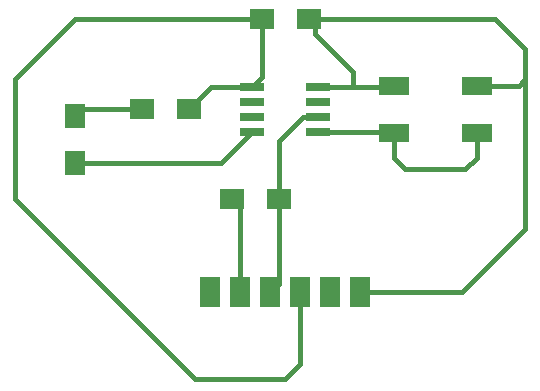
<source format=gbr>
%TF.GenerationSoftware,KiCad,Pcbnew,(6.0.1-0)*%
%TF.CreationDate,2022-03-09T19:15:24-05:00*%
%TF.ProjectId,Untitled,556e7469-746c-4656-942e-6b696361645f,rev?*%
%TF.SameCoordinates,Original*%
%TF.FileFunction,Copper,L1,Top*%
%TF.FilePolarity,Positive*%
%FSLAX46Y46*%
G04 Gerber Fmt 4.6, Leading zero omitted, Abs format (unit mm)*
G04 Created by KiCad (PCBNEW (6.0.1-0)) date 2022-03-09 19:15:24*
%MOMM*%
%LPD*%
G01*
G04 APERTURE LIST*
%TA.AperFunction,SMDPad,CuDef*%
%ADD10R,2.000000X0.800000*%
%TD*%
%TA.AperFunction,SMDPad,CuDef*%
%ADD11R,2.500000X1.500000*%
%TD*%
%TA.AperFunction,SMDPad,CuDef*%
%ADD12R,1.700000X2.000000*%
%TD*%
%TA.AperFunction,SMDPad,CuDef*%
%ADD13R,2.000000X1.700000*%
%TD*%
%TA.AperFunction,SMDPad,CuDef*%
%ADD14R,1.700000X2.500000*%
%TD*%
%TA.AperFunction,Conductor*%
%ADD15C,0.400000*%
%TD*%
G04 APERTURE END LIST*
D10*
%TO.P,U1,8,GND*%
%TO.N,GND*%
X145040000Y-89535000D03*
%TO.P,U1,7,PA3/SCK*%
%TO.N,unconnected-(U1-Pad7)*%
X145040000Y-90805000D03*
%TO.P,U1,6,~{RESET}/UPDI/PA0*%
%TO.N,Net-(J1-Pad4)*%
X145040000Y-92075000D03*
%TO.P,U1,5,PA2/SCL*%
%TO.N,Net-(SW1-Pad1)*%
X145040000Y-93345000D03*
%TO.P,U1,4,PA1/SDA*%
%TO.N,Net-(R2-Pad1)*%
X139440000Y-93345000D03*
%TO.P,U1,3,RXD/PA7*%
%TO.N,unconnected-(U1-Pad3)*%
X139440000Y-92075000D03*
%TO.P,U1,2,TXD/PA6/DAC*%
%TO.N,unconnected-(U1-Pad2)*%
X139440000Y-90805000D03*
%TO.P,U1,1,VCC*%
%TO.N,Net-(C1-Pad1)*%
X139440000Y-89535000D03*
%TD*%
D11*
%TO.P,SW1,2,2*%
%TO.N,GND*%
X151440000Y-89440000D03*
X158440000Y-89440000D03*
%TO.P,SW1,1,1*%
%TO.N,Net-(SW1-Pad1)*%
X151440000Y-93440000D03*
X158440000Y-93440000D03*
%TD*%
D12*
%TO.P,R2,1*%
%TO.N,Net-(R2-Pad1)*%
X124460000Y-95980000D03*
%TO.P,R2,2*%
%TO.N,Net-(D1-Pad1)*%
X124460000Y-91980000D03*
%TD*%
D13*
%TO.P,R1,1*%
%TO.N,Net-(J1-Pad5)*%
X137700000Y-99060000D03*
%TO.P,R1,2*%
%TO.N,Net-(J1-Pad4)*%
X141700000Y-99060000D03*
%TD*%
D14*
%TO.P,J1,1,Pin_1*%
%TO.N,GND*%
X148590000Y-106920000D03*
%TO.P,J1,2,Pin_2*%
%TO.N,unconnected-(J1-Pad2)*%
X146050000Y-106920000D03*
%TO.P,J1,3,Pin_3*%
%TO.N,Net-(C1-Pad1)*%
X143510000Y-106920000D03*
%TO.P,J1,4,Pin_4*%
%TO.N,Net-(J1-Pad4)*%
X140970000Y-106920000D03*
%TO.P,J1,5,Pin_5*%
%TO.N,Net-(J1-Pad5)*%
X138430000Y-106920000D03*
%TO.P,J1,6,Pin_6*%
%TO.N,unconnected-(J1-Pad6)*%
X135890000Y-106920000D03*
%TD*%
D13*
%TO.P,D1,2,A*%
%TO.N,Net-(C1-Pad1)*%
X134080000Y-91440000D03*
%TO.P,D1,1,K*%
%TO.N,Net-(D1-Pad1)*%
X130080000Y-91440000D03*
%TD*%
%TO.P,C1,2*%
%TO.N,GND*%
X144240000Y-83820000D03*
%TO.P,C1,1*%
%TO.N,Net-(C1-Pad1)*%
X140240000Y-83820000D03*
%TD*%
D15*
%TO.N,Net-(C1-Pad1)*%
X119380000Y-88900000D02*
X124460000Y-83820000D01*
X119380000Y-99060000D02*
X119380000Y-88900000D01*
X124460000Y-83820000D02*
X140240000Y-83820000D01*
X143510000Y-106920000D02*
X143510000Y-113030000D01*
X143510000Y-113030000D02*
X142240000Y-114300000D01*
X134620000Y-114300000D02*
X119380000Y-99060000D01*
X142240000Y-114300000D02*
X134620000Y-114300000D01*
%TO.N,Net-(J1-Pad4)*%
X141700000Y-99060000D02*
X141700000Y-94085978D01*
X141700000Y-94085978D02*
X143710978Y-92075000D01*
X143710978Y-92075000D02*
X145040000Y-92075000D01*
%TO.N,GND*%
X162560000Y-101600000D02*
X162560000Y-88900000D01*
X162560000Y-88900000D02*
X162560000Y-86360000D01*
X158440000Y-89440000D02*
X162020000Y-89440000D01*
X162020000Y-89440000D02*
X162560000Y-88900000D01*
X148590000Y-106920000D02*
X157240000Y-106920000D01*
X157240000Y-106920000D02*
X162560000Y-101600000D01*
X162560000Y-86360000D02*
X160020000Y-83820000D01*
X160020000Y-83820000D02*
X144780000Y-83820000D01*
X144780000Y-83820000D02*
X144780000Y-85090000D01*
X144780000Y-85090000D02*
X147955000Y-88265000D01*
X147955000Y-88265000D02*
X147955000Y-89535000D01*
%TO.N,Net-(R2-Pad1)*%
X124460000Y-95980000D02*
X136805000Y-95980000D01*
X136805000Y-95980000D02*
X139440000Y-93345000D01*
%TO.N,Net-(D1-Pad1)*%
X130080000Y-91440000D02*
X124460000Y-91440000D01*
%TO.N,Net-(C1-Pad1)*%
X134080000Y-91440000D02*
X135985000Y-89535000D01*
X135985000Y-89535000D02*
X139440000Y-89535000D01*
X140240000Y-83820000D02*
X140240000Y-88735000D01*
X140240000Y-88735000D02*
X139440000Y-89535000D01*
%TO.N,Net-(J1-Pad4)*%
X141700000Y-99060000D02*
X141700000Y-106190000D01*
X141700000Y-106190000D02*
X140970000Y-106920000D01*
%TO.N,Net-(J1-Pad5)*%
X138430000Y-106920000D02*
X138430000Y-99790000D01*
X138430000Y-99790000D02*
X137700000Y-99060000D01*
%TO.N,GND*%
X145040000Y-89535000D02*
X147955000Y-89535000D01*
X147955000Y-89535000D02*
X151345000Y-89535000D01*
X151345000Y-89535000D02*
X151440000Y-89440000D01*
%TO.N,Net-(SW1-Pad1)*%
X152400000Y-96520000D02*
X157480000Y-96520000D01*
X157480000Y-96520000D02*
X158440000Y-95560000D01*
X151440000Y-93440000D02*
X151440000Y-95560000D01*
X151440000Y-95560000D02*
X152400000Y-96520000D01*
X158440000Y-95560000D02*
X158440000Y-93440000D01*
X145040000Y-93345000D02*
X151345000Y-93345000D01*
X151345000Y-93345000D02*
X151440000Y-93440000D01*
%TD*%
M02*

</source>
